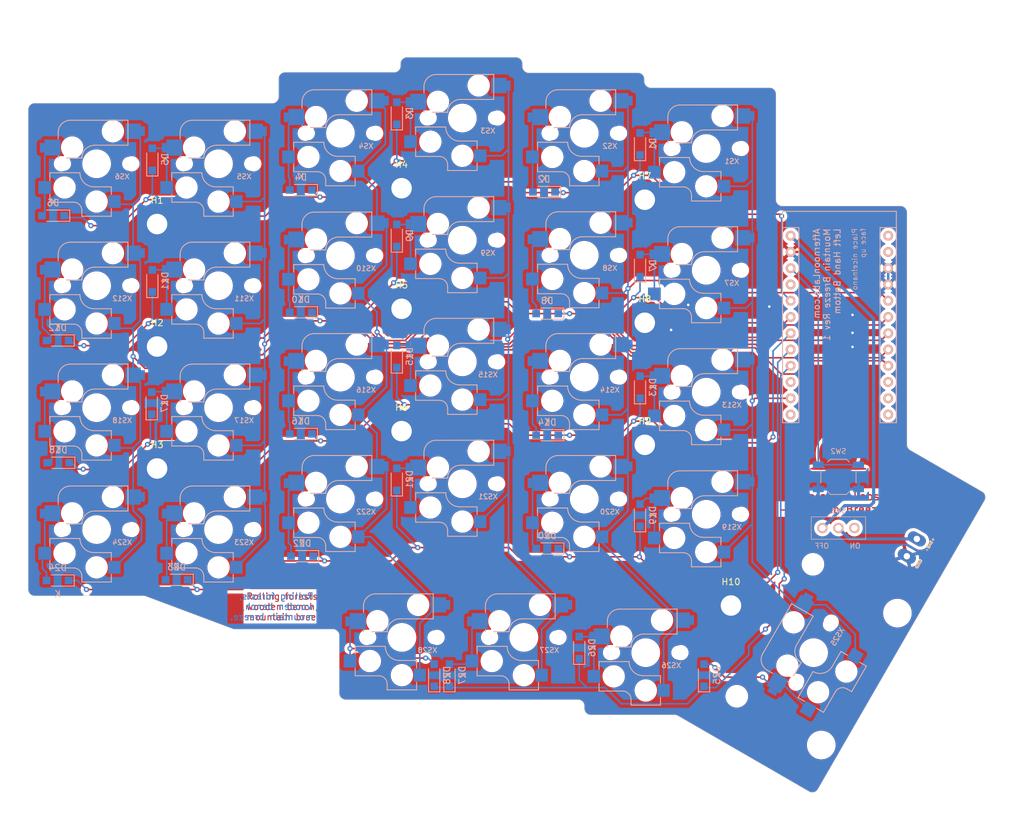
<source format=kicad_pcb>
(kicad_pcb (version 20241229) (generator "pcbnew") (generator_version "9.0")
  (title_block (title "Mountain Breeze Left") (date "2023-05-21") (rev "Rev1") (company "Afternoon Labs LLC"))
  (layers (0 "F.Cu" signal) (2 "B.Cu" signal) (5 "F.SilkS" user "F.Silkscreen") (7 "B.SilkS" user "B.Silkscreen") (1 "F.Mask" user) (3 "B.Mask" user) (25 "Edge.Cuts" user))
  (net 0 "")
  (net 1 "VCC")
  (net 2 "GND")
  (net 3 "RST")
  (net 4 "Net-(D25-A)")
  (net 5 "Net-(D26-A)")
  (net 6 "Net-(D27-A)")
  (net 7 "ROW0")
  (net 8 "Net-(D1-A)")
  (net 9 "ROW1")
  (net 10 "Net-(D2-A)")
  (net 11 "ROW2")
  (net 12 "Net-(D3-A)")
  (net 13 "ROW3")
  (net 14 "Net-(D4-A)")
  (net 15 "ROW4")
  (net 16 "Net-(D5-A)")
  (net 17 "Net-(D6-A)")
  (net 18 "Net-(D7-A)")
  (net 19 "Net-(D8-A)")
  (net 20 "Net-(D9-A)")
  (net 21 "Net-(D10-A)")
  (net 22 "Net-(D11-A)")
  (net 23 "Net-(D12-A)")
  (net 24 "Net-(D13-A)")
  (net 25 "Net-(D14-A)")
  (net 26 "Net-(D15-A)")
  (net 27 "Net-(D16-A)")
  (net 28 "Net-(D17-A)")
  (net 29 "Net-(D18-A)")
  (net 30 "Net-(D19-A)")
  (net 31 "Net-(D20-A)")
  (net 32 "Net-(D21-A)")
  (net 33 "Net-(D22-A)")
  (net 34 "Net-(D23-A)")
  (net 35 "Net-(D24-A)")
  (net 36 "COL0")
  (net 37 "COL1")
  (net 38 "COL2")
  (net 39 "COL3")
  (net 40 "COL4")
  (net 41 "COL5")
  (net 42 "Net-(D28-A)")
  (net 43 "Net-(J1-Pin_2)")
  (net 44 "+BATT")
  (net 49 "SideSelect")
  (footprint "Breeze:ProMicro_1-Sided" (layer "F.Cu") (at 286.158606 135.801)
    (property "Reference" "U1" (hide yes))
    (property "Value" "PRO-MICRO" (hide yes))
  )
  (footprint "Breeze:logo" (layer "F.Cu") (at 285.916606 156.72)
    (property "Reference" "G1" (hide yes))
    (property "Value" "Logo" (hide yes))
  )
  (footprint "MountingHole:MountingHole_3.2mm_M3_ISO14580_Pad_TopOnly" (layer "F.Cu") (at 217.742606 114.406)
    (property "Reference" "H4")
    (property "Value" "MountingHole_M3")
  )
  (footprint "MountingHole:MountingHole_3.2mm_M3_ISO14580_Pad_TopOnly" (layer "F.Cu") (at 179.542606 120.006)
    (property "Reference" "H1")
    (property "Value" "MountingHole_M3")
  )
  (footprint "MountingHole:MountingHole_3.2mm_M3_ISO14580_Pad_TopOnly" (layer "F.Cu") (at 269.208606 179.611)
    (property "Reference" "H10")
    (property "Value" "MountingHole_M3")
  )
  (footprint "MountingHole:MountingHole_3.2mm_M3_ISO14580_Pad_TopOnly" (layer "F.Cu") (at 217.742606 133.251)
    (property "Reference" "H5")
    (property "Value" "MountingHole_M3")
  )
  (footprint "MountingHole:MountingHole_3.2mm_M3_ISO14580_Pad_TopOnly" (layer "F.Cu") (at 255.742606 116.206)
    (property "Reference" "H7")
    (property "Value" "MountingHole_M3")
  )
  (footprint "MountingHole:MountingHole_3.2mm_M3_ISO14580_Pad_TopOnly" (layer "F.Cu") (at 179.542606 158.201)
    (property "Reference" "H3")
    (property "Value" "MountingHole_M3")
  )
  (footprint "MountingHole:MountingHole_3.2mm_M3_ISO14580_Pad_TopOnly" (layer "F.Cu") (at 255.742606 135.431)
    (property "Reference" "H8")
    (property "Value" "MountingHole_M3")
  )
  (footprint "Breeze:BATT_PADS" (layer "F.Cu") (at 297.5 170.5 60)
    (property "Reference" "J1" (hide yes))
    (property "Value" "Conn_01x02" (hide yes))
  )
  (footprint "MountingHole:MountingHole_3.2mm_M3_ISO14580_Pad_TopOnly" (layer "F.Cu") (at 255.742606 154.501)
    (property "Reference" "H9")
    (property "Value" "MountingHole_M3")
  )
  (footprint "MountingHole:MountingHole_3.2mm_M3_ISO14580_Pad_TopOnly" (layer "F.Cu") (at 217.742606 152.361)
    (property "Reference" "H6")
    (property "Value" "MountingHole_M3")
  )
  (footprint "MountingHole:MountingHole_3.2mm_M3_ISO14580_Pad_TopOnly" (layer "F.Cu") (at 179.542606 139.141)
    (property "Reference" "H2")
    (property "Value" "MountingHole_M3")
  )
  (footprint "Breeze:SOD-123FL_L2.7-W1.8-LS3.7-RD" (layer "B.Cu") (at 255 107.5 90)
    (property "Reference" "D1")
    (property "Value" "1N4007W")
  )
  (footprint "Breeze:SOD-123FL_L2.7-W1.8-LS3.7-RD" (layer "B.Cu") (at 255 126.5 90)
    (property "Reference" "D7")
    (property "Value" "1N4007W")
  )
  (footprint "Breeze:SOD-123FL_L2.7-W1.8-LS3.7-RD" (layer "B.Cu") (at 255 145.5 90)
    (property "Reference" "D13")
    (property "Value" "1N4007W")
  )
  (footprint "Breeze:SOD-123FL_L2.7-W1.8-LS3.7-RD" (layer "B.Cu") (at 255 165.5 90)
    (property "Reference" "D19")
    (property "Value" "1N4007W")
  )
  (footprint "Breeze:SOD-123FL_L2.7-W1.8-LS3.7-RD" (layer "B.Cu") (at 265 190.5 90)
    (property "Reference" "D25")
    (property "Value" "1N4007W")
  )
  (footprint "Breeze:SOD-123FL_L2.7-W1.8-LS3.7-RD" (layer "B.Cu") (at 240 115 180)
    (property "Reference" "D2")
    (property "Value" "1N4007W")
  )
  (footprint "Breeze:SOD-123FL_L2.7-W1.8-LS3.7-RD" (layer "B.Cu") (at 240.5 134 180)
    (property "Reference" "D8")
    (property "Value" "1N4007W")
  )
  (footprint "Breeze:SOD-123FL_L2.7-W1.8-LS3.7-RD" (layer "B.Cu") (at 240.5 153 180)
    (property "Reference" "D14")
    (property "Value" "1N4007W")
  )
  (footprint "Breeze:SOD-123FL_L2.7-W1.8-LS3.7-RD" (layer "B.Cu") (at 240.5 170.7 180)
    (property "Reference" "D20")
    (property "Value" "1N4007W")
  )
  (footprint "Breeze:SOD-123FL_L2.7-W1.8-LS3.7-RD" (layer "B.Cu") (at 245.5 186.2 90)
    (property "Reference" "D26")
    (property "Value" "1N4007W")
  )
  (footprint "Breeze:SOD-123FL_L2.7-W1.8-LS3.7-RD" (layer "B.Cu") (at 217 102.7 90)
    (property "Reference" "D3")
    (property "Value" "1N4007W")
  )
  (footprint "Breeze:SOD-123FL_L2.7-W1.8-LS3.7-RD" (layer "B.Cu") (at 217 121.8 90)
    (property "Reference" "D9")
    (property "Value" "1N4007W")
  )
  (footprint "Breeze:SOD-123FL_L2.7-W1.8-LS3.7-RD" (layer "B.Cu") (at 217 140.7 90)
    (property "Reference" "D15")
    (property "Value" "1N4007W")
  )
  (footprint "Breeze:SOD-123FL_L2.7-W1.8-LS3.7-RD" (layer "B.Cu") (at 217 159.9 90)
    (property "Reference" "D21")
    (property "Value" "1N4007W")
  )
  (footprint "Breeze:SOD-123FL_L2.7-W1.8-LS3.7-RD" (layer "B.Cu") (at 225.220904 190.497496 90)
    (property "Reference" "D27")
    (property "Value" "1N4007W")
  )
  (footprint "Breeze:SOD-123FL_L2.7-W1.8-LS3.7-RD" (layer "B.Cu") (at 202 114.7 180)
    (property "Reference" "D4")
    (property "Value" "1N4007W")
  )
  (footprint "Breeze:SOD-123FL_L2.7-W1.8-LS3.7-RD" (layer "B.Cu") (at 202 133.8 180)
    (property "Reference" "D10")
    (property "Value" "1N4007W")
  )
  (footprint "Breeze:SOD-123FL_L2.7-W1.8-LS3.7-RD" (layer "B.Cu") (at 202 152.8 180)
    (property "Reference" "D16")
    (property "Value" "1N4007W")
  )
  (footprint "Breeze:SOD-123FL_L2.7-W1.8-LS3.7-RD" (layer "B.Cu") (at 202.2 171.9 180)
    (property "Reference" "D22")
    (property "Value" "1N4007W")
  )
  (footprint "Breeze:SOD-123FL_L2.7-W1.8-LS3.7-RD" (layer "B.Cu") (at 222.839656 190.497496 90)
    (property "Reference" "D28")
    (property "Value" "1N4007W")
  )
  (footprint "Breeze:SOD-123FL_L2.7-W1.8-LS3.7-RD" (layer "B.Cu") (at 178.8 109.9 90)
    (property "Reference" "D5")
    (property "Value" "1N4007W")
  )
  (footprint "Breeze:SOD-123FL_L2.7-W1.8-LS3.7-RD" (layer "B.Cu") (at 178.8 128.9 90)
    (property "Reference" "D11")
    (property "Value" "1N4007W")
  )
  (footprint "Breeze:SOD-123FL_L2.7-W1.8-LS3.7-RD" (layer "B.Cu") (at 178.7 148 90)
    (property "Reference" "D17")
    (property "Value" "1N4007W")
  )
  (footprint "Breeze:SOD-123FL_L2.7-W1.8-LS3.7-RD" (layer "B.Cu") (at 182.6 175.6 180)
    (property "Reference" "D23")
    (property "Value" "1N4007W")
  )
  (footprint "Breeze:SOD-123FL_L2.7-W1.8-LS3.7-RD" (layer "B.Cu") (at 163.3 118.7 180)
    (property "Reference" "D6")
    (property "Value" "1N4007W")
  )
  (footprint "Breeze:SOD-123FL_L2.7-W1.8-LS3.7-RD" (layer "B.Cu") (at 164 138.2 180)
    (property "Reference" "D12")
    (property "Value" "1N4007W")
  )
  (footprint "Breeze:SOD-123FL_L2.7-W1.8-LS3.7-RD" (layer "B.Cu") (at 164.1 157.3 180)
    (property "Reference" "D18")
    (property "Value" "1N4007W")
  )
  (footprint "Breeze:SOD-123FL_L2.7-W1.8-LS3.7-RD" (layer "B.Cu") (at 164 175.7 180)
    (property "Reference" "D24")
    (property "Value" "1N4007W")
  )
  (footprint "Breeze:MX_Choc_Hotswap_1-Sided" (layer "B.Cu") (at 265.342606 108.206 180)
    (property "Reference" "XS1")
    (property "Value" "CHOCXHSPCB-1U" (hide yes))
  )
  (footprint "Breeze:MX_Choc_Hotswap_1-Sided" (layer "B.Cu") (at 246.292606 105.825 180)
    (property "Reference" "XS2")
    (property "Value" "CHOCXHSPCB-1U" (hide yes))
  )
  (footprint "Breeze:MX_Choc_Hotswap_1-Sided" (layer "B.Cu") (at 227.242606 103.44 180)
    (property "Reference" "XS3")
    (property "Value" "CHOCXHSPCB-1U" (hide yes))
  )
  (footprint "Breeze:MX_Choc_Hotswap_1-Sided" (layer "B.Cu") (at 208.192606 105.825 180)
    (property "Reference" "XS4")
    (property "Value" "CHOCXHSPCB-1U" (hide yes))
  )
  (footprint "Breeze:MX_Choc_Hotswap_1-Sided" (layer "B.Cu") (at 189.142606 110.59 180)
    (property "Reference" "XS5")
    (property "Value" "CHOCXHSPCB-1U" (hide yes))
  )
  (footprint "Breeze:MX_Choc_Hotswap_1-Sided" (layer "B.Cu") (at 170.092606 110.59 180)
    (property "Reference" "XS6")
    (property "Value" "CHOCXHSPCB-1U" (hide yes))
  )
  (footprint "Breeze:MX_Choc_Hotswap_1-Sided" (layer "B.Cu") (at 265.342606 127.227 180)
    (property "Reference" "XS7")
    (property "Value" "CHOCXHSPCB-1U" (hide yes))
  )
  (footprint "Breeze:MX_Choc_Hotswap_1-Sided" (layer "B.Cu") (at 246.292606 124.8902 180)
    (property "Reference" "XS8")
    (property "Value" "CHOCXHSPCB-1U" (hide yes))
  )
  (footprint "Breeze:MX_Choc_Hotswap_1-Sided" (layer "B.Cu") (at 227.242606 122.528 180)
    (property "Reference" "XS9")
    (property "Value" "CHOCXHSPCB-1U" (hide yes))
  )
  (footprint "Breeze:MX_Choc_Hotswap_1-Sided" (layer "B.Cu") (at 208.192606 124.941 180)
    (property "Reference" "XS10")
    (property "Value" "CHOCXHSPCB-1U" (hide yes))
  )
  (footprint "Breeze:MX_Choc_Hotswap_1-Sided" (layer "B.Cu") (at 189.142606 129.64 180)
    (property "Reference" "XS11")
    (property "Value" "CHOCXHSPCB-1U" (hide yes))
  )
  (footprint "Breeze:MX_Choc_Hotswap_1-Sided" (layer "B.Cu") (at 170.092606 129.64 180)
    (property "Reference" "XS12")
    (property "Value" "CHOCXHSPCB-1U" (hide yes))
  )
  (footprint "Breeze:MX_Choc_Hotswap_1-Sided" (layer "B.Cu") (at 265.342606 146.277 180)
    (property "Reference" "XS13")
    (property "Value" "CHOCXHSPCB-1U" (hide yes))
  )
  (footprint "Breeze:MX_Choc_Hotswap_1-Sided" (layer "B.Cu") (at 246.292606 143.925 180)
    (property "Reference" "XS14")
    (property "Value" "CHOCXHSPCB-1U" (hide yes))
  )
  (footprint "Breeze:MX_Choc_Hotswap_1-Sided" (layer "B.Cu") (at 227.242606 141.54 180)
    (property "Reference" "XS15")
    (property "Value" "CHOCXHSPCB-1U" (hide yes))
  )
  (footprint "Breeze:MX_Choc_Hotswap_1-Sided" (layer "B.Cu") (at 208.192606 143.925 180)
    (property "Reference" "XS16")
    (property "Value" "CHOCXHSPCB-1U" (hide yes))
  )
  (footprint "Breeze:MX_Choc_Hotswap_1-Sided" (layer "B.Cu") (at 189.142606 148.69 180)
    (property "Reference" "XS17")
    (property "Value" "CHOCXHSPCB-1U" (hide yes))
  )
  (footprint "Breeze:MX_Choc_Hotswap_1-Sided" (layer "B.Cu") (at 170.092606 148.69 180)
    (property "Reference" "XS18")
    (property "Value" "CHOCXHSPCB-1U" (hide yes))
  )
  (footprint "Breeze:MX_Choc_Hotswap_1-Sided" (layer "B.Cu") (at 265.342606 165.356 180)
    (property "Reference" "XS19")
    (property "Value" "CHOCXHSPCB-1U" (hide yes))
  )
  (footprint "Breeze:MX_Choc_Hotswap_1-Sided" (layer "B.Cu") (at 246.292606 162.975 180)
    (property "Reference" "XS20")
    (property "Value" "CHOCXHSPCB-1U" (hide yes))
  )
  (footprint "Breeze:MX_Choc_Hotswap_1-Sided" (layer "B.Cu") (at 227.242606 160.59 180)
    (property "Reference" "XS21")
    (property "Value" "CHOCXHSPCB-1U" (hide yes))
  )
  (footprint "Breeze:MX_Choc_Hotswap_1-Sided" (layer "B.Cu") (at 208.192606 162.975 180)
    (property "Reference" "XS22")
    (property "Value" "CHOCXHSPCB-1U" (hide yes))
  )
  (footprint "Breeze:MX_Choc_Hotswap_1-Sided" (layer "B.Cu") (at 189.142606 167.74 180)
    (property "Reference" "XS23")
    (property "Value" "CHOCXHSPCB-1U" (hide yes))
  )
  (footprint "Breeze:MX_Choc_Hotswap_1-Sided" (layer "B.Cu") (at 170.092606 167.74 180)
    (property "Reference" "XS24")
    (property "Value" "CHOCXHSPCB-1U" (hide yes))
  )
  (footprint "Breeze:MX_Choc_Hotswap_1-Sided" (layer "B.Cu") (at 282.119606 186.974 -120)
    (property "Reference" "XS25")
    (property "Value" "CHOCXHSPCB-1U" (hide yes))
  )
  (footprint "Breeze:MX_Choc_Hotswap_1-Sided" (layer "B.Cu") (at 255.892606 186.974 180)
    (property "Reference" "XS26")
    (property "Value" "CHOCXHSPCB-1U" (hide yes))
  )
  (footprint "Breeze:MX_Choc_Hotswap_1-Sided" (layer "B.Cu") (at 236.842606 184.59 180)
    (property "Reference" "XS27")
    (property "Value" "CHOCXHSPCB-1U" (hide yes))
  )
  (footprint "Breeze:MX_Choc_Hotswap_1-Sided" (layer "B.Cu") (at 217.792606 184.59 180)
    (property "Reference" "XS28")
    (property "Value" "CHOCXHSPCB-1U" (hide yes))
  )
  (footprint "Breeze:Stabilizer_MX_2u" (layer "B.Cu") (at 282.119606 186.974 -120)
    (property "Reference" "H11" (hide yes))
    (property "Value" "MX-STABILIZER-2U" (hide yes))
  )
  (footprint "Button_Switch_SMD:SW_SPST_TL3342" (layer "B.Cu") (at 286 159.5)
    (property "Reference" "SW2")
    (property "Value" "SW-RST")
  )
  (footprint "Breeze:SS12D00" (layer "B.Cu") (at 286 167.5)
    (property "Reference" "SW1")
    (property "Value" "SW_SPDT" (hide yes))
  )
  (gr_line (start 209.010606 194.317) (end 245.310606 194.317) (stroke (width 0.05)) (layer "Edge.Cuts"))
  (gr_arc (start 159.412606 102.126) (mid 159.705499 101.418893) (end 160.412606 101.126) (stroke (width 0.05)) (layer "Edge.Cuts"))
  (gr_line (start 197.532606 101.126) (end 160.412606 101.126) (stroke (width 0.05)) (layer "Edge.Cuts"))
  (gr_arc (start 191.720606 183.317) (mid 191.542611 183.301031) (end 191.370301 183.253636) (stroke (width 0.05)) (layer "Edge.Cuts"))
  (gr_arc (start 282.786606 208.308) (mid 282.179407 208.773908) (end 281.420606 208.674) (stroke (width 0.05)) (layer "Edge.Cuts"))
  (gr_arc (start 308.470606 161.822) (mid 308.936514 162.429199) (end 308.836606 163.188) (stroke (width 0.05)) (layer "Edge.Cuts"))
  (gr_line (start 295.712606 117.186) (end 277.242606 117.186) (stroke (width 0.05)) (layer "Edge.Cuts"))
  (gr_line (start 216.582606 96.296) (end 199.532606 96.296) (stroke (width 0.05)) (layer "Edge.Cuts"))
  (gr_line (start 191.720606 183.317) (end 207.010606 183.317) (stroke (width 0.05)) (layer "Edge.Cuts"))
  (gr_arc (start 160.412606 178.101) (mid 159.705499 177.808107) (end 159.412606 177.101) (stroke (width 0.05)) (layer "Edge.Cuts"))
  (gr_arc (start 277.242606 117.186) (mid 276.535499 116.893107) (end 276.242606 116.186) (stroke (width 0.05)) (layer "Edge.Cuts"))
  (gr_line (start 282.786606 208.308) (end 308.836606 163.188) (stroke (width 0.05)) (layer "Edge.Cuts"))
  (gr_line (start 260.908606 196.831) (end 281.420606 208.674) (stroke (width 0.05)) (layer "Edge.Cuts"))
  (gr_line (start 208.010606 184.317) (end 208.010606 193.317) (stroke (width 0.05)) (layer "Edge.Cuts"))
  (gr_line (start 217.582606 94.956) (end 217.582606 95.296) (stroke (width 0.05)) (layer "Edge.Cuts"))
  (gr_line (start 236.632606 95.376) (end 236.632606 94.956) (stroke (width 0.05)) (layer "Edge.Cuts"))
  (gr_arc (start 247.310606 196.697) (mid 246.603499 196.404107) (end 246.310606 195.697) (stroke (width 0.05)) (layer "Edge.Cuts"))
  (gr_line (start 307.602606 161.32) (end 308.470606 161.822) (stroke (width 0.05)) (layer "Edge.Cuts"))
  (gr_arc (start 256.682606 98.706) (mid 255.975499 98.413107) (end 255.682606 97.706) (stroke (width 0.05)) (layer "Edge.Cuts"))
  (gr_line (start 177.412606 178.101) (end 160.412606 178.101) (stroke (width 0.05)) (layer "Edge.Cuts"))
  (gr_arc (start 237.632606 96.376) (mid 236.925499 96.083107) (end 236.632606 95.376) (stroke (width 0.05)) (layer "Edge.Cuts"))
  (gr_line (start 254.682606 96.376) (end 237.632606 96.376) (stroke (width 0.05)) (layer "Edge.Cuts"))
  (gr_arc (start 235.632606 93.956) (mid 236.339713 94.248893) (end 236.632606 94.956) (stroke (width 0.05)) (layer "Edge.Cuts"))
  (gr_arc (start 254.682606 96.376) (mid 255.389713 96.668893) (end 255.682606 97.376) (stroke (width 0.05)) (layer "Edge.Cuts"))
  (gr_arc (start 198.532606 100.126) (mid 198.239713 100.833107) (end 197.532606 101.126) (stroke (width 0.05)) (layer "Edge.Cuts"))
  (gr_line (start 247.310606 196.697) (end 260.408606 196.697) (stroke (width 0.05)) (layer "Edge.Cuts"))
  (gr_line (start 235.632606 93.956) (end 218.582606 93.956) (stroke (width 0.05)) (layer "Edge.Cuts"))
  (gr_line (start 198.532606 97.296) (end 198.532606 100.126) (stroke (width 0.05)) (layer "Edge.Cuts"))
  (gr_arc (start 217.582606 95.296) (mid 217.289713 96.003107) (end 216.582606 96.296) (stroke (width 0.05)) (layer "Edge.Cuts"))
  (gr_arc (start 177.412606 178.101) (mid 177.590601 178.116969) (end 177.762911 178.164364) (stroke (width 0.05)) (layer "Edge.Cuts"))
  (gr_arc (start 245.310606 194.317) (mid 246.017713 194.609893) (end 246.310606 195.317) (stroke (width 0.05)) (layer "Edge.Cuts"))
  (gr_arc (start 209.010606 194.317) (mid 208.303499 194.024107) (end 208.010606 193.317) (stroke (width 0.05)) (layer "Edge.Cuts"))
  (gr_line (start 276.242606 116.186) (end 276.242606 99.706) (stroke (width 0.05)) (layer "Edge.Cuts"))
  (gr_line (start 255.682606 97.706) (end 255.682606 97.376) (stroke (width 0.05)) (layer "Edge.Cuts"))
  (gr_line (start 297.212606 155.322) (end 307.602606 161.32) (stroke (width 0.05)) (layer "Edge.Cuts"))
  (gr_arc (start 295.712606 117.186) (mid 296.419713 117.478893) (end 296.712606 118.186) (stroke (width 0.05)) (layer "Edge.Cuts"))
  (gr_line (start 159.412606 177.101) (end 159.412606 102.126) (stroke (width 0.05)) (layer "Edge.Cuts"))
  (gr_arc (start 260.408606 196.697) (mid 260.667425 196.731074) (end 260.908606 196.830975) (stroke (width 0.05)) (layer "Edge.Cuts"))
  (gr_arc (start 207.010606 183.317) (mid 207.717713 183.609893) (end 208.010606 184.317) (stroke (width 0.05)) (layer "Edge.Cuts"))
  (gr_arc (start 217.582606 94.956) (mid 217.875499 94.248893) (end 218.582606 93.956) (stroke (width 0.05)) (layer "Edge.Cuts"))
  (gr_line (start 246.310606 195.697) (end 246.310606 195.317) (stroke (width 0.05)) (layer "Edge.Cuts"))
  (gr_line (start 296.712606 118.186) (end 296.712606 154.456) (stroke (width 0.05)) (layer "Edge.Cuts"))
  (gr_line (start 191.369606 183.254) (end 177.762606 178.164) (stroke (width 0.05)) (layer "Edge.Cuts"))
  (gr_arc (start 297.212606 155.322) (mid 296.846593 154.955978) (end 296.712628 154.455987) (stroke (width 0.05)) (layer "Edge.Cuts"))
  (gr_arc (start 275.242606 98.706) (mid 275.949713 98.998893) (end 276.242606 99.706) (stroke (width 0.05)) (layer "Edge.Cuts"))
  (gr_line (start 256.682606 98.706) (end 275.242606 98.706) (stroke (width 0.05)) (layer "Edge.Cuts"))
  (gr_arc (start 198.532606 97.296) (mid 198.825499 96.588893) (end 199.532606 96.296) (stroke (width 0.05)) (layer "Edge.Cuts"))
  (gr_text "Rolling forests,\nwooden bench,\nmountain breeze." (at 193.4 179.8 0) (layer "F.Cu") (effects (font (size 1 1)) (justify left)))
  (gr_text "Afternoon Labs" (at 285.662606 162.562 0) (layer "F.Cu") (effects (font (size 1.2 1.2) (thickness 0.2))))
  (gr_text "-Mountain Breeze-" (at 285.662606 164.594 0) (layer "F.Cu") (effects (font (size 1.2 1.2) (thickness 0.2))))
  (gr_text "Rolling forests,\nwooden bench,\nmountain breeze.\n" (at 204.092606 179.767 0) (layer "B.Cu") (effects (font (size 1 1)) (justify left mirror)))
  (gr_text "AfternoonLabs.com\nMountain Breeze Rev 1\nLeft Hand Bottom" (at 284.2 120.6 90) (layer "B.SilkS") (effects (font (size 1 1)) (justify left mirror)))
  (gr_text "Place nice!nano\nface up" (at 289.2 120.6 90) (layer "B.SilkS") (effects (font (size 0.8 0.8) (thickness 0.1)) (justify left mirror)))
  (gr_text "OFF" (at 283.4 170.3 0) (layer "B.SilkS") (effects (font (size 0.8 0.8) (thickness 0.12)) (justify mirror)))
  (gr_text "ON" (at 288.6 170.3 0) (layer "B.SilkS") (effects (font (size 0.8 0.8) (thickness 0.12)) (justify mirror)))
  (segment (start 285.95089 158.927895) (end 285.95089 159.669912) (width 0.25) (layer "F.Cu") (net 0))
  (segment (start 285.95089 159.669912) (end 285.956784 159.675806) (width 0.25) (layer "F.Cu") (net 0))
  (segment (start 291.238606 124.371) (end 293.778606 126.911) (width 0.381) (layer "F.Cu") (net 2))
  (segment (start 278.538606 124.371) (end 291.238606 124.371) (width 0.381) (layer "F.Cu") (net 2))
  (segment (start 256.480812 137.67) (end 256.394812 137.756) (width 0.25) (layer "F.Cu") (net 2))
  (via (at 288.2 137) (size 0.8) (drill 0.4) (layers "F.Cu" "B.Cu") (net 2))
  (via (at 288.2 139.2) (size 0.8) (drill 0.4) (layers "F.Cu" "B.Cu") (net 2))
  (via (at 262.53 132.64) (size 0.8) (drill 0.4) (layers "F.Cu" "B.Cu") (net 2))
  (via (at 275.2 132.9) (size 0.8) (drill 0.4) (layers "F.Cu" "B.Cu") (net 2))
  (via (at 288.2 134.2) (size 0.8) (drill 0.4) (layers "F.Cu" "B.Cu") (net 2))
  (via (at 259.86 136.55) (size 0.8) (drill 0.4) (layers "F.Cu" "B.Cu") (net 2))
  (segment (start 293.778606 129.451) (end 293.778606 126.911) (width 0.381) (layer "B.Cu") (net 2))
  (segment (start 282.85 157.6) (end 282.85 131.222394) (width 0.25) (layer "B.Cu") (net 3))
  (segment (start 282.85 157.6) (end 289.15 157.6) (width 0.25) (layer "B.Cu") (net 3))
  (segment (start 282.85 131.222394) (end 278.538606 126.911) (width 0.25) (layer "B.Cu") (net 3))
  (segment (start 266.699776 189.309216) (end 268.188056 190.797496) (width 0.25) (layer "F.Cu") (net 4))
  (segment (start 268.188056 190.797496) (end 274.141176 190.797496) (width 0.25) (layer "F.Cu") (net 4))
  (via (at 266.699776 189.309216) (size 0.8) (drill 0.4) (layers "F.Cu" "B.Cu") (net 4))
  (via (at 274.141176 190.797496) (size 0.8) (drill 0.4) (layers "F.Cu" "B.Cu") (net 4))
  (segment (start 275.023255 191.679575) (end 276.469901 191.679575) (width 0.25) (layer "B.Cu") (net 4))
  (segment (start 265.303036 188.77) (end 266.16056 188.77) (width 0.25) (layer "B.Cu") (net 4))
  (segment (start 281.2739 195.838806) (end 277.114669 191.679575) (width 0.25) (layer "B.Cu") (net 4))
  (segment (start 274.141176 190.797496) (end 275.023255 191.679575) (width 0.25) (layer "B.Cu") (net 4))
  (segment (start 277.114669 191.679575) (end 276.469901 191.679575) (width 0.25) (layer "B.Cu") (net 4))
  (segment (start 266.16056 188.77) (end 266.699776 189.309216) (width 0.25) (layer "B.Cu") (net 4))
  (segment (start 247.792606 190.674) (end 247.792606 185.634) (width 0.25) (layer "B.Cu") (net 5))
  (segment (start 247.792606 185.634) (end 248.992606 184.434) (width 0.25) (layer "B.Cu") (net 5))
  (segment (start 248.956606 184.47) (end 248.992606 184.434) (width 0.25) (layer "B.Cu") (net 5))
  (segment (start 245.5 184.47) (end 248.956606 184.47) (width 0.25) (layer "B.Cu") (net 5))
  (segment (start 225.220904 188.767496) (end 228.26511 188.767496) (width 0.25) (layer "B.Cu") (net 6))
  (segment (start 227.87341 189.159196) (end 228.742606 188.29) (width 0.25) (layer "B.Cu") (net 6))
  (segment (start 228.26511 188.767496) (end 228.742606 188.29) (width 0.25) (layer "B.Cu") (net 6))
  (segment (start 228.742606 183.25) (end 229.942606 182.05) (width 0.25) (layer "B.Cu") (net 6))
  (segment (start 228.742606 188.29) (end 228.742606 183.25) (width 0.25) (layer "B.Cu") (net 6))
  (segment (start 253.602912 112.811624) (end 251.314536 115.1) (width 0.25) (layer "F.Cu") (net 7))
  (segment (start 196.45296 118.764744) (end 186.064744 118.764744) (width 0.25) (layer "F.Cu") (net 7))
  (segment (start 216.9 110.13272) (end 216.86728 110.13272) (width 0.25) (layer "F.Cu") (net 7))
  (segment (start 216.86728 110.13272) (end 211.211816 115.788184) (width 0.25) (layer "F.Cu") (net 7))
  (segment (start 256.76316 112.4) (end 262.830248 118.467088) (width 0.25) (layer "F.Cu") (net 7))
  (segment (start 223.837312 110.13272) (end 216.9 110.13272) (width 0.25) (layer "F.Cu") (net 7))
  (segment (start 254 112.4) (end 253.602912 112.797088) (width 0.25) (layer "F.Cu") (net 7))
  (segment (start 236.841304 115.1) (end 235.14824 113.406936) (width 0.25) (layer "F.Cu") (net 7))
  (segment (start 205 115.788184) (end 199.42952 115.788184) (width 0.25) (layer "F.Cu") (net 7))
  (segment (start 251.314536 115.1) (end 243 115.1) (width 0.25) (layer "F.Cu") (net 7))
  (segment (start 276.82008 118.467088) (end 277.117736 118.764744) (width 0.25) (layer "F.Cu") (net 7))
  (segment (start 243 115.1) (end 236.841304 115.1) (width 0.25) (layer "F.Cu") (net 7))
  (segment (start 173.746976 120.253024) (end 169.2 120.253024) (width 0.25) (layer "F.Cu") (net 7))
  (segment (start 253.602912 112.797088) (end 253.602912 112.811624) (width 0.25) (layer "F.Cu") (net 7))
  (segment (start 186.064744 118.764744) (end 183.5 116.2) (width 0.25) (layer "F.Cu") (net 7))
  (segment (start 183.5 116.2) (end 177.8 116.2) (width 0.25) (layer "F.Cu") (net 7))
  (segment (start 235.14824 113.406936) (end 227.111528 113.406936) (width 0.25) (layer "F.Cu") (net 7))
  (segment (start 177.8 116.2) (end 173.746976 120.253024) (width 0.25) (layer "F.Cu") (net 7))
  (segment (start 254 112.4) (end 256.76316 112.4) (width 0.25) (layer "F.Cu") (net 7))
  (segment (start 211.211816 115.788184) (end 205 115.788184) (width 0.25) (layer "F.Cu") (net 7))
  (segment (start 262.830248 118.467088) (end 276.82008 118.467088) (width 0.25) (layer "F.Cu") (net 7))
  (segment (start 227.111528 113.406936) (end 223.837312 110.13272) (width 0.25) (layer "F.Cu") (net 7))
  (segment (start 199.42952 115.788184) (end 196.45296 118.764744) (width 0.25) (layer "F.Cu") (net 7))
  (via (at 177.8 116.2) (size 0.8) (drill 0.4) (layers "F.Cu" "B.Cu") (net 7))
  (via (at 205 115.788184) (size 0.8) (drill 0.4) (layers "F.Cu" "B.Cu") (net 7))
  (via (at 243 115.1) (size 0.8) (drill 0.4) (layers "F.Cu" "B.Cu") (net 7))
  (via (at 254 112.4) (size 0.8) (drill 0.4) (layers "F.Cu" "B.Cu") (net 7))
  (via (at 169.2 120.253024) (size 0.8) (drill 0.4) (layers "F.Cu" "B.Cu") (net 7))
  (via (at 216.9 110.13272) (size 0.8) (drill 0.4) (layers "F.Cu" "B.Cu") (net 7))
  (via (at 277.117736 118.764744) (size 0.8) (drill 0.4) (layers "F.Cu" "B.Cu") (net 7))
  (segment (start 204.818184 115.788184) (end 203.73 114.7) (width 0.25) (layer "B.Cu") (net 7))
  (segment (start 216.9 110.13272) (end 217 110.03272) (width 0.25) (layer "B.Cu") (net 7))
  (segment (start 205 115.788184) (end 204.818184 115.788184) (width 0.25) (layer "B.Cu") (net 7))
  (segment (start 169.2 120.253024) (end 167.946976 119) (width 0.25) (layer "B.Cu") (net 7))
  (segment (start 177.8 116.2) (end 178.8 115.2) (width 0.25) (layer "B.Cu") (net 7))
  (segment (start 241.73 115) (end 242.9 115) (width 0.25) (layer "B.Cu") (net 7))
  (segment (start 242.9 115) (end 243 115.1) (width 0.25) (layer "B.Cu") (net 7))
  (segment (start 277.117736 118.764744) (end 277.117736 130.57013) (width 0.25) (layer "B.Cu") (net 7))
  (segment (start 217.291264 110.13272) (end 216.9 110.13272) (width 0.25) (layer "B.Cu") (net 7))
  (segment (start 255 109.23) (end 255 111.4) (width 0.25) (layer "B.Cu") (net 7))
  (segment (start 217 110.03272) (end 217 104.43) (width 0.25) (layer "B.Cu") (net 7))
  (segment (start 167.946976 119) (end 165.73 119) (width 0.25) (layer "B.Cu") (net 7))
  (segment (start 217.4389 109.985084) (end 217.291264 110.13272) (width 0.25) (layer "B.Cu") (net 7))
  (segment (start 178.8 115.2) (end 178.8 111.63) (width 0.25) (layer "B.Cu") (net 7))
  (segment (start 255 111.4) (end 254 112.4) (width 0.25) (layer "B.Cu") (net 7))
  (segment (start 277.117736 130.57013) (end 278.538606 131.991) (width 0.25) (layer "B.Cu") (net 7))
  (segment (start 256.842606 105.706) (end 255.064 105.706) (width 0.25) (layer "B.Cu") (net 8))
  (segment (start 257.242606 111.906) (end 257.242606 106.866) (width 0.25) (layer "B.Cu") (net 8))
  (segment (start 257.242606 106.866) (end 258.442606 105.666) (width 0.25) (layer "B.Cu") (net 8))
  (segment (start 255.064 105.706) (end 255 105.77) (width 0.25) (layer "B.Cu") (net 8))
  (segment (start 261.341968 135.43348) (end 277.636126 135.43348) (width 0.25) (layer "F.Cu") (net 9))
  (segment (start 234.255272 132.159264) (end 227.111528 132.159264) (width 0.25) (layer "F.Cu") (net 9))
  (segment (start 257.408488 131.5) (end 261.341968 135.43348) (width 0.25) (layer "F.Cu") (net 9))
  (segment (start 251.46452 134) (end 253.96452 131.5) (width 0.25) (layer "F.Cu") (net 9))
  (segment (start 216.5 129.2) (end 210.564176 135.135824) (width 0.25) (layer "F.Cu") (net 9))
  (segment (start 216.5 129.182704) (end 216.5 129.2) (width 0.25) (layer "F.Cu") (net 9))
  (segment (start 277.636126 135.43348) (end 278.538606 134.531) (width 0.25) (layer "F.Cu") (net 9))
  (segment (start 253.96452 131.5) (end 257.408488 131.5) (width 0.25) (layer "F.Cu") (net 9))
  (segment (start 244 134) (end 251.46452 134) (width 0.25) (layer "F.Cu") (net 9))
  (segment (start 244 134) (end 236.096008 134) (width 0.25) (layer "F.Cu") (net 9))
  (segment (start 196.155304 137.814728) (end 184.844376 137.814728) (width 0.25) (layer "F.Cu") (net 9))
  (segment (start 236.096008 134) (end 234.255272 132.159264) (width 0.25) (layer "F.Cu") (net 9))
  (segment (start 178.2 135.6) (end 178.164712 135.564712) (width 0.25) (layer "F.Cu") (net 9))
  (segment (start 210.564176 135.135824) (end 205 135.135824) (width 0.25) (layer "F.Cu") (net 9))
  (segment (start 184.844376 137.814728) (end 182.629648 135.6) (width 0.25) (layer "F.Cu") (net 9))
  (segment (start 198.834208 135.135824) (end 196.155304 137.814728) (width 0.25) (layer "F.Cu") (net 9))
  (segment (start 205 135.135824) (end 198.834208 135.135824) (width 0.25) (layer "F.Cu") (net 9))
  (segment (start 168.1 139) (end 174.729424 139) (width 0.25) (layer "F.Cu") (net 9))
  (segment (start 174.729424 139) (end 178.164712 135.564712) (width 0.25) (layer "F.Cu") (net 9))
  (segment (start 224.134968 129.182704) (end 216.5 129.182704) (width 0.25) (layer "F.Cu") (net 9))
  (segment (start 227.111528 132.159264) (end 224.134968 129.182704) (width 0.25) (layer "F.Cu") (net 9))
  (segment (start 182.629648 135.6) (end 178.2 135.6) (width 0.25) (layer "F.Cu") (net 9))
  (via (at 168.1 139) (size 0.8) (drill 0.4) (layers "F.Cu" "B.Cu") (net 9))
  (via (at 254 131.5) (size 0.8) (drill 0.4) (layers "F.Cu" "B.Cu") (net 9))
  (via (at 205 135.135824) (size 0.8) (drill 0.4) (layers "F.Cu" "B.Cu") (net 9))
  (via (at 178.164712 135.564712) (size 0.8) (drill 0.4) (layers "F.Cu" "B.Cu") (net 9))
  (via (at 244 134) (size 0.8) (drill 0.4) (layers "F.Cu" "B.Cu") (net 9))
  (via (at 216.5 129.182704) (size 0.8) (drill 0.4) (layers "F.Cu" "B.Cu") (net 9))
  (segment (start 216.5 129.182704) (end 216.517296 129.182704) (width 0.25) (layer "B.Cu") (net 9))
  (segment (start 178.8 134.929424) (end 178.164712 135.564712) (width 0.25) (layer "B.Cu") (net 9))
  (segment (start 205 135.07) (end 203.73 133.8) (width 0.25) (layer "B.Cu") (net 9))
  (segment (start 217 128.7) (end 217 123.53) (width 0.25) (layer "B.Cu") (net 9))
  (segment (start 217.58892 129.182704) (end 216.5 129.182704) (width 0.25) (layer "B.Cu") (net 9))
  (segment (start 205 135.135824) (end 205 135.07) (width 0.25) (layer "B.Cu") (net 9))
  (segment (start 242.23 134) (end 244 134) (width 0.25) (layer "B.Cu") (net 9))
  (segment (start 216.517296 129.182704) (end 217 128.7) (width 0.25) (layer "B.Cu") (net 9))
  (segment (start 255 128.23) (end 255 130.5) (width 0.25) (layer "B.Cu") (net 9))
  (segment (start 217.736556 129.035068) (end 217.58892 129.182704) (width 0.25) (layer "B.Cu") (net 9))
  (segment (start 168.1 139) (end 166.93 139) (width 0.25) (layer "B.Cu") (net 9))
  (segment (start 166.93 139) (end 166.43 138.5) (width 0.25) (layer "B.Cu") (net 9))
  (segment (start 178.8 130.63) (end 178.8 134.929424) (width 0.25) (layer "B.Cu") (net 9))
  (segment (start 255 130.5) (end 254 131.5) (width 0.25) (layer "B.Cu") (net 9))
  (segment (start 238.192606 109.525) (end 238.192606 104.485) (width 0.25) (layer "B.Cu") (net 10))
  (segment (start 238.2 109.532394) (end 238.192606 109.525) (width 0.25) (layer "B.Cu") (net 10))
  (segment (start 238.192606 109.525) (end 238.192606 114.922606) (width 0.25) (layer "B.Cu") (net 10))
  (segment (start 238.192606 114.922606) (end 238.27 115) (width 0.25) (layer "B.Cu") (net 10))
  (segment (start 238.192606 104.485) (end 239.392606 103.285) (width 0.25) (layer "B.Cu") (net 10))
  (segment (start 225.920904 151.209248) (end 222.944344 148.232688) (width 0.25) (layer "F.Cu") (net 11))
  (segment (start 182.974976 154.4) (end 178.081752 154.4) (width 0.25) (layer "F.Cu") (net 11))
  (segment (start 168.052992 158.352992) (end 168 158.3) (width 0.25) (layer "F.Cu") (net 11))
  (segment (start 205.1 153.888152) (end 209.549824 153.888152) (width 0.25) (layer "F.Cu") (net 11))
  (segment (start 260.449 154.185808) (end 274.865458 154.185808) (width 0.25) (layer "F.Cu") (net 11))
  (segment (start 222.944344 148.232688) (end 218.181848 148.232688) (width 0.25) (layer "F.Cu") (net 11))
  (segment (start 185.737344 157.162368) (end 182.974976 154.4) (width 0.25) (layer "F.Cu") (net 11))
  (segment (start 251.80608 153.00608) (end 251.8 153) (width 0.25) (layer "F.Cu") (net 11))
  (segment (start 254 150.8) (end 254 150.81216) (width 0.25) (layer "F.Cu") (net 11))
  (segment (start 234.552928 151.209248) (end 225.920904 151.209248) (width 0.25) (layer "F.Cu") (net 11))
  (segment (start 244 153) (end 236.34368 153) (width 0.25) (layer "F.Cu") (net 11))
  (segment (start 209.549824 153.888152) (end 215.205288 148.232688) (width 0.25) (layer "F.Cu") (net 11))
  (segment (start 198.536552 153.888152) (end 195.262336 157.162368) (width 0.25) (layer "F.Cu") (net 11))
  (segment (start 236.34368 153) (end 234.552928 151.209248) (width 0.25) (layer "F.Cu") (net 11))
  (segment (start 178.081752 154.4) (end 178.040876 154.440876) (width 0.25) (layer "F.Cu") (net 11))
  (segment (start 215.205288 148.232688) (end 218.181848 148.232688) (width 0.25) (layer "F.Cu") (net 11))
  (segment (start 251.8 153) (end 244 153) (width 0.25) (layer "F.Cu") (net 11))
  (segment (start 254 150.81216) (end 251.80608 153.00608) (width 0.25) (layer "F.Cu") (net 11))
  (segment (start 174.12876 158.352992) (end 168.052992 158.352992) (width 0.25) (layer "F.Cu") (net 11))
  (segment (start 274.865458 154.185808) (end 275.785 153.266266) (width 0.25) (layer "F.Cu") (net 11))
  (segment (start 195.262336 157.162368) (end 185.737344 157.162368) (width 0.25) (layer "F.Cu") (net 11))
  (segment (start 257.063192 150.8) (end 260.449 154.185808) (width 0.25) (layer "F.Cu") (net 11))
  (segment (start 205.1 153.888152) (end 198.536552 153.888152) (width 0.25) (layer "F.Cu") (net 11))
  (segment (start 254 150.8) (end 257.063192 150.8) (width 0.25) (layer "F.Cu") (net 11))
  (segment (start 178.040876 154.440876) (end 174.12876 158.352992) (width 0.25) (layer "F.Cu") (net 11))
  (via (at 254 150.8) (size 0.8) (drill 0.4) (layers "F.Cu" "B.Cu") (net 11))
  (via (at 178.040876 154.440876) (size 0.8) (drill 0.4) (layers "F.Cu" "B.Cu") (net 11))
  (via (at 205.1 153.888152) (size 0.8) (drill 0.4) (layers "F.Cu" "B.Cu") (net 11))
  (via (at 244 153) (size 0.8) (drill 0.4) (layers "F.Cu" "B.Cu") (net 11))
  (via (at 168 158.3) (size 0.8) (drill 0.4) (layers "F.Cu" "B.Cu") (net 11))
  (via (at 275.785 153.266266) (size 0.8) (drill 0.4) (layers "F.Cu" "B.Cu") (net 11))
  (via (at 218.181848 148.232688) (size 0.8) (drill 0.4) (layers "F.Cu" "B.Cu") (net 11))
  (segment (start 255 147.23) (end 255 149.8) (width 0.25) (layer "B.Cu") (net 11))
  (segment (start 217 147.05084) (end 218.181848 148.232688) (width 0.25) (layer "B.Cu") (net 11))
  (segment (start 275.785 139.824606) (end 275.785 153.266266) (width 0.25) (layer "B.Cu") (net 11))
  (segment (start 178.040876 154.440876) (end 178.5 153.981752) (width 0.25) (layer "B.Cu") (net 11))
  (segment (start 242.23 153) (end 244 153) (width 0.25) (layer "B.Cu") (net 11))
  (segment (start 178.5 153.981752) (end 178.5 149.53) (width 0.25) (layer "B.Cu") (net 11))
  (segment (start 255 149.8) (end 254 150.8) (width 0.25) (layer "B.Cu") (net 11))
  (segment (start 204.818152 153.888152) (end 203.73 152.8) (width 0.25) (layer "B.Cu") (net 11))
  (segment (start 167.23 158.3) (end 166.53 157.6) (width 0.25) (layer "B.Cu") (net 11))
  (segment (start 278.538606 137.071) (end 275.785 139.824606) (width 0.25) (layer "B.Cu") (net 11))
  (segment (start 205.1 153.888152) (end 204.818152 153.888152) (width 0.25) (layer "B.Cu") (net 11))
  (segment (start 217 142.43) (end 217 147.05084) (width 0.25) (layer "B.Cu") (net 11))
  (segment (start 168 158.3) (end 167.23 158.3) (width 0.25) (layer "B.Cu") (net 11))
  (segment (start 218.71109 106.708484) (end 219.142606 107.14) (width 0.25) (layer "B.Cu") (net 12))
  (segment (start 219.142606 102.1) (end 220.342606 100.9) (width 0.25) (layer "B.Cu") (net 12))
  (segment (start 220.272606 100.97) (end 220.342606 100.9) (width 0.25) (layer "B.Cu") (net 12))
  (segment (start 219.142606 107.14) (end 219.142606 102.1) (width 0.25) (layer "B.Cu") (net 12))
  (segment (start 217 100.97) (end 220.272606 100.97) (width 0.25) (layer "B.Cu") (net 12))
  (segment (start 168.5 177.10532) (end 185.8 177.10532) (width 0.25) (layer "F.Cu") (net 13))
  (segment (start 234.552928 170.556888) (end 220.26544 170.556888) (width 0.25) (layer "F.Cu") (net 13))
  (segment (start 254.9 172) (end 244 172) (width 0.25) (layer "F.Cu") (net 13))
  (segment (start 205.7 172.64048) (end 197.345928 172.64048) (width 0.25) (layer "F.Cu") (net 13))
  (segment (start 192.881088 177.10532) (end 185.8 177.10532) (width 0.25) (layer "F.Cu") (net 13))
  (segment (start 244 172) (end 235.99604 172) (width 0.25) (layer "F.Cu") (net 13))
  (segment (start 254.9 172) (end 258.9 176) (width 0.25) (layer "F.Cu") (net 13))
  (segment (start 274.94884 176) (end 276.522424 174.426416) (width 0.25) (layer "F.Cu") (net 13))
  (segment (start 216.098256 172.64048) (end 218.181848 170.556888) (width 0.25) (layer "F.Cu") (net 13))
  (segment (start 235.99604 172) (end 234.552928 170.556888) (width 0.25) (layer "F.Cu") (net 13))
  (segment (start 218.181848 170.556888) (end 220.26544 170.556888) (width 0.25) (layer "F.Cu") (net 13))
  (segment (start 258.9 176) (end 274.94884 176) (width 0.25) (layer "F.Cu") (net 13))
  (segment (start 205.7 172.64048) (end 216.098256 172.64048) (width 0.25) (layer "F.Cu") (net 13))
  (segment (start 197.345928 172.64048) (end 192.881088 177.10532) (width 0.25) (layer "F.Cu") (net 13))
  (via (at 168.5 177.10532) (size 0.8) (drill 0.4) (layers "F.Cu" "B.Cu") (net 13))
  (via (at 276.522424 174.426416) (size 0.8) (drill 0.4) (layers "F.Cu" "B.Cu") (net 13))
  (via (at 220.26544 170.556888) (size 0.8) (drill 0.4) (layers "F.Cu" "B.Cu") (net 13))
  (via (at 205.7 172.64048) (size 0.8) (drill 0.4) (layers "F.Cu" "B.Cu") (net 13))
  (via (at 254.9 172) (size 0.8) (drill 0.4) (layers "F.Cu" "B.Cu") (net 13))
  (via (at 185.8 177.10532) (size 0.8) (drill 0.4) (layers "F.Cu" "B.Cu") (net 13))
  (via (at 244 172) (size 0.8) (drill 0.4) (layers "F.Cu" "B.Cu") (net 13))
  (segment (start 168.5 177.10532) (end 167.09468 175.7) (width 0.25) (layer "B.Cu") (net 13))
  (segment (start 204.95952 171.9) (end 205.7 172.64048) (width 0.25) (layer "B.Cu") (net 13))
  (segment (start 184.33 175.63532) (end 185.8 177.10532) (width 0.25) (layer "B.Cu") (net 13))
  (segment (start 276.522424 174.426416) (end 276.51 174.413992) (width 0.25) (layer "B.Cu") (net 13))
  (segment (start 217 167.291448) (end 220.26544 170.556888) (width 0.25) (layer "B.Cu") (net 13))
  (segment (start 217 161.63) (end 217 167.291448) (width 0.25) (layer "B.Cu") (net 13))
  (segment (start 276.51 141.639606) (end 278.538606 139.611) (width 0.25) (layer "B.Cu") (net 13))
  (segment (start 242.7 170.7) (end 244 172) (width 0.25) (layer "B.Cu") (net 13))
  (segment (start 254.953976 172) (end 255 171.953976) (width 0.25) (layer "B.Cu") (net 13))
  (segment (start 276.51 174.413992) (end 276.51 141.639606) (width 0.25) (layer "B.Cu") (net 13))
  (segment (start 254.9 172) (end 254.953976 172) (width 0.25) (layer "B.Cu") (net 13))
  (segment (start 203.93 171.9) (end 204.95952 171.9) (width 0.25) (layer "B.Cu") (net 13))
  (segment (start 255 171.953976) (end 255 167.23) (width 0.25) (layer "B.Cu") (net 13))
  (segment (start 184.33 175.6) (end 184.33 175.63532) (width 0.25) (layer "B.Cu") (net 13))
  (segment (start 167.09468 175.7) (end 165.73 175.7) (width 0.25) (layer "B.Cu") (net 13))
  (segment (start 242.23 170.7) (end 242.7 170.7) (width 0.25) (layer "B.Cu") (net 13))
  (segment (start 200.27 112.906772) (end 200.27 114.7) (width 0.25) (layer "B.Cu") (net 14))
  (segment (start 200.092606 104.485) (end 201.292606 103.285) (width 0.25) (layer "B.Cu") (net 14))
  (segment (start 199.727176 109.89043) (end 200.092606 109.525) (width 0.25) (layer "B.Cu") (net 14))
  (segment (start 200.092606 109.525) (end 200.092606 104.485) (width 0.25) (layer "B.Cu") (net 14))
  (segment (start 200.27 112.906772) (end 200.092606 112.729378) (width 0.25) (layer "B.Cu") (net 14))
  (segment (start 200.092606 112.729378) (end 200.092606 109.525) (width 0.25) (layer "B.Cu") (net 14))
  (segment (start 274.6 183.3) (end 276.76 181.14) (width 0.25) (layer "F.Cu") (net 15))
  (segment (start 276.76 176.22) (end 277.54 175.44) (width 0.25) (layer "F.Cu") (net 15))
  (segment (start 276.76 181.14) (end 276.76 176.22) (width 0.25) (layer "F.Cu") (net 15))
  (via (at 277.54 175.44) (size 0.8) (drill 0.4) (layers "F.Cu" "B.Cu") (net 15))
  (via (at 274.6 183.3) (size 0.8) (drill 0.4) (layers "F.Cu" "B.Cu") (net 15))
  (segment (start 276.98 143.709606) (end 278.538606 142.151) (width 0.25) (layer "B.Cu") (net 15))
  (segment (start 277.54 174.3) (end 276.98 173.74) (width 0.25) (layer "B.Cu") (net 15))
  (segment (start 274.6 183.3) (end 271.99 185.91) (width 0.25) (layer "B.Cu") (net 15))
  (segment (start 264.91384 192.435796) (end 262.384956 194.96468) (width 0.25) (layer "B.Cu") (net 15))
  (segment (start 266.847412 192.435796) (end 264.91384 192.435796) (width 0.25) (layer "B.Cu") (net 15))
  (segment (start 271.99 185.91) (end 271.99 187.293208) (width 0.25) (layer "B.Cu") (net 15))
  (segment (start 252.114632 194.96468) (end 249.585748 192.435796) (width 0.25) (layer "B.Cu") (net 15))
  (segment (start 277.54 175.44) (end 277.54 174.3) (width 0.25) (layer "B.Cu") (net 15))
  (segment (start 271.99 187.293208) (end 266.847412 192.435796) (width 0.25) (layer "B.Cu") (net 15))
  (segment (start 249.585748 192.435796) (end 246.7 192.435796) (width 0.25) (layer "B.Cu") (net 15))
  (segment (start 262.384956 194.96468) (end 252.114632 194.96468) (width 0.25) (layer "B.Cu") (net 15))
  (segment (start 223.047956 192.435796) (end 222.839656 192.227496) (width 0.25) (layer "B.Cu") (net 15))
  (segment (start 246.7 192.435796) (end 223.047956 192.435796) (width 0.25) (layer "B.Cu") (net 15))
  (segment (start 245.5 191.235796) (end 246.7 192.435796) (width 0.25) (layer "B.Cu") (net 15))
  (segment (start 245.5 187.93) (end 245.5 191.235796) (width 0.25) (layer "B.Cu") (net 15))
  (segment (start 276.98 173.74) (end 276.98 143.709606) (width 0.25) (layer "B.Cu") (net 15))
  (segment (start 181.042606 114.29) (end 181.042606 109.25) (width 0.25) (layer "B.Cu") (net 16))
  (segment (start 178.8 108.17) (end 180.562606 108.17) (width 0.25) (layer "B.Cu") (net 16))
  (segment (start 181.042606 109.25) (end 182.242606 108.05) (width 0.25) (layer "B.Cu") (net 16))
  (segment (start 180.307178 113.554572) (end 181.042606 114.29) (width 0.25) (layer "B.Cu") (net 16))
  (segment (start 180.562606 108.17) (end 180.642606 108.09) (width 0.25) (layer "B.Cu") (net 16))
  (segment (start 161.992606 109.25) (end 163.192606 108.05) (width 0.25) (layer "B.Cu") (net 17))
  (segment (start 162 118.83) (end 162 114.297394) (width 0.25) (layer "B.Cu") (net 17))
  (segment (start 162 114.297394) (end 161.992606 114.29) (width 0.25) (layer "B.Cu") (net 17))
  (segment (start 161.627208 114.655398) (end 161.992606 114.29) (width 0.25) (layer "B.Cu") (net 17))
  (segment (start 161.992606 114.29) (end 161.992606 109.25) (width 0.25) (layer "B.Cu") (net 17))
  (segment (start 256.842606 124.727) (end 255.043 124.727) (width 0.25) (layer "B.Cu") (net 18))
  (segment (start 255.043 124.727) (end 255 124.77) (width 0.25) (layer "B.Cu") (net 18))
  (segment (start 257.242606 130.927) (end 257.242606 125.887) (width 0.25) (layer "B.Cu") (net 18))
  (segment (start 257.242606 125.887) (end 258.442606 124.687) (width 0.25) (layer "B.Cu") (net 18))
  (segment (start 237.827144 128.955662) (end 238.192606 128.5902) (width 0.25) (layer "B.Cu") (net 19))
  (segment (start 238.192606 123.5502) (end 239.392606 122.3502) (width 0.25) (layer "B.Cu") (net 19))
  (segment (start 238.77 132.7) (end 238.77 134) (width 0.25) (layer "B.Cu") (net 19))
  (segment (start 238.192606 128.5902) (end 238.192606 132.122606) (width 0.25) (layer "B.Cu") (net 19))
  (segment (start 238.192606 132.122606) (end 238.77 132.7) (width 0.25) (layer "B.Cu") (net 19))
  (segment (start 238.192606 128.5902) (end 238.192606 123.5502) (width 0.25) (layer "B.Cu") (net 19))
  (segment (start 219.142606 126.228) (end 219.142606 121.188) (width 0.25) (layer "B.Cu") (net 20))
  (segment (start 218.673074 125.758468) (end 219.142606 126.228) (width 0.25) (layer "B.Cu") (net 20))
  (segment (start 217 120.07) (end 218.700606 120.07) (width 0.25) (layer "B.Cu") (net 20))
  (segment (start 219.142606 121.188) (end 220.342606 119.988) (width 0.25) (layer "B.Cu") (net 20))
  (segment (start 218.700606 120.07) (end 218.742606 120.028) (width 0.25) (layer "B.Cu") (net 20))
  (segment (start 200.092606 123.601) (end 201.292606 122.401) (width 0.25) (layer "B.Cu") (net 21))
  (segment (start 200.27 132.142824) (end 200.27 133.8) (width 0.25) (layer "B.Cu") (net 21))
  (segment (start 200.092606 131.96543) (end 200.092606 128.641) (width 0.25) (layer "B.Cu") (net 21))
  (segment (start 199.727176 129.00643) (end 200.092606 128.641) (width 0.25) (layer "B.Cu") (net 21))
  (segment (start 200.27 132.142824) (end 200.092606 131.96543) (width 0.25) (layer "B.Cu") (net 21))
  (segment (start 200.092606 128.641) (end 200.092606 123.601) (width 0.25) (layer "B.Cu") (net 21))
  (segment (start 181.042606 133.34) (end 181.042606 128.3) (width 0.25) (layer "B.Cu") (net 22))
  (segment (start 178.8 127.17) (end 180.612606 127.17) (width 0.25) (layer "B.Cu") (net 22))
  (segment (start 180.604818 132.902212) (end 181.042606 133.34) (width 0.25) (layer "B.Cu") (net 22))
  (segment (start 180.612606 127.17) (end 180.642606 127.14) (width 0.25) (layer "B.Cu") (net 22))
  (segment (start 181.042606 128.3) (end 182.242606 127.1) (width 0.25) (layer "B.Cu") (net 22))
  (segment (start 162.97 137.51922) (end 161.627208 136.176428) (width 0.25) (layer "B.Cu") (net 23))
  (segment (start 162.97 138.5) (end 162.97 137.51922) (width 0.25) (layer "B.Cu") (net 23))
  (segment (start 161.992606 133.34) (end 161.992606 128.3) (width 0.25) (layer "B.Cu") (net 23))
  (segment (start 161.627208 136.176428) (end 161.627208 133.705398) (width 0.25) (layer "B.Cu") (net 23))
  (segment (start 161.627208 133.705398) (end 161.992606 133.34) (width 0.25) (layer "B.Cu") (net 23))
  (segment (start 161.992606 128.3) (end 163.192606 127.1) (width 0.25) (layer "B.Cu") (net 23))
  (segment (start 257.242606 144.937) (end 258.442606 143.737) (width 0.25) (layer "B.Cu") (net 24))
  (segment (start 256.842606 143.777) (end 255.007 143.777) (width 0.25) (layer "B.Cu") (net 24))
  (segment (start 257.242606 149.977) (end 257.242606 144.937) (width 0.25) (layer "B.Cu") (net 24))
  (segment (start 255.007 143.777) (end 255 143.77) (width 0.25) (layer "B.Cu") (net 24))
  (segment (start 238.192606 151.222606) (end 238.77 151.8) (width 0.25) (layer "B.Cu") (net 25))
  (segment (start 238.192606 142.585) (end 239.392606 141.385) (width 0.25) (layer "B.Cu") (net 25))
  (segment (start 238.192606 147.625) (end 238.192606 142.585) (width 0.25) (layer "B.Cu") (net 25))
  (segment (start 238.192606 147.625) (end 238.192606 151.222606) (width 0.25) (layer "B.Cu") (net 25))
  (segment (start 237.827144 147.990462) (end 238.192606 147.625) (width 0.25) (layer "B.Cu") (net 25))
  (segment (start 238.77 151.8) (end 238.77 153) (width 0.25) (layer "B.Cu") (net 25))
  (segment (start 218.672606 138.97) (end 218.742606 139.04) (width 0.25) (layer "B.Cu") (net 26))
  (segment (start 219.142606 140.2) (end 220.342606 139) (width 0.25) (layer "B.Cu") (net 26))
  (segment (start 216.9 138.97) (end 218.672606 138.97) (width 0.25) (layer "B.Cu") (net 26))
  (segment (start 218.711058 144.808452) (end 219.142606 145.24) (width 0.25) (layer "B.Cu") (net 26))
  (segment (start 219.142606 145.24) (end 219.142606 140.2) (width 0.25) (layer "B.Cu") (net 26))
  (segment (start 200.27 151.00674) (end 200.092606 150.829346) (width 0.25) (layer "B.Cu") (net 27))
  (segment (start 200.092606 142.585) (end 201.292606 141.385) (width 0.25) (layer "B.Cu") (net 27))
  (segment (start 199.727176 147.99043) (end 200.092606 147.625) (width 0.25) (layer "B.Cu") (net 27))
  (segment (start 200.092606 150.829346) (end 200.092606 147.625) (width 0.25) (layer "B.Cu") (net 27))
  (segment (start 200.27 151.00674) (end 200.27 152.8) (width 0.25) (layer "B.Cu") (net 27))
  (segment (start 200.092606 147.625) (end 200.092606 142.585) (width 0.25) (layer "B.Cu") (net 27))
  (segment (start 181.042606 147.35) (end 182.242606 146.15) (width 0.25) (layer "B.Cu") (net 28))
  (segment (start 180.604802 151.952196) (end 181.042606 152.39) (width 0.25) (layer "B.Cu") (net 28))
  (segment (start 181.042606 152.39) (end 181.042606 147.35) (width 0.25) (layer "B.Cu") (net 28))
  (segment (start 180.642606 146.19) (end 178.62 146.19) (width 0.25) (layer "B.Cu") (net 28))
  (segment (start 163.07 157.6) (end 163.07 153.467394) (width 0.25) (layer "B.Cu") (net 29))
  (segment (start 163.07 153.467394) (end 161.992606 152.39) (width 0.25) (layer "B.Cu") (net 29))
  (segment (start 161.627208 152.755398) (end 161.992606 152.39) (width 0.25) (layer "B.Cu") (net 29))
  (segment (start 161.992606 152.39) (end 161.992606 147.35) (width 0.25) (layer "B.Cu") (net 29))
  (segment (start 161.992606 147.35) (end 163.192606 146.15) (width 0.25) (layer "B.Cu") (net 29))
  (segment (start 256.842606 162.856) (end 255.914 162.856) (width 0.25) (layer "B.Cu") (net 30))
  (segment (start 257.242606 169.056) (end 257.242606 164.016) (width 0.25) (layer "B.Cu") (net 30))
  (segment (start 255.914 162.856) (end 255 163.77) (width 0.25) (layer "B.Cu") (net 30))
  (segment (start 256.877128 169.421478) (end 257.242606 169.056) (width 0.25) (layer "B.Cu") (net 30))
  (segment (start 257.242606 164.016) (end 258.442606 162.816) (width 0.25) (layer "B.Cu") (net 30))
  (segment (start 237.827144 167.040462) (end 238.192606 166.675) (width 0.25) (layer "B.Cu") (net 31))
  (segment (start 238.192606 166.675) (end 238.192606 170.122606) (width 0.25) (layer "B.Cu") (net 31))
  (segment (start 238.192606 170.122606) (end 238.77 170.7) (width 0.25) (layer "B.Cu") (net 31))
  (segment (start 238.192606 166.675) (end 238.192606 161.635) (width 0.25) (layer "B.Cu") (net 31))
  (segment (start 238.192606 161.635) (end 239.392606 160.435) (width 0.25) (layer "B.Cu") (net 31))
  (segment (start 219.142606 159.25) (end 220.342606 158.05) (width 0.25) (layer "B.Cu") (net 32))
  (segment (start 219.142606 164.29) (end 219.142606 159.25) (width 0.25) (layer "B.Cu") (net 32))
  (segment (start 218.77716 164.655446) (end 219.142606 164.29) (width 0.25) (layer "B.Cu") (net 32))
  (segment (start 217 158.17) (end 218.662606 158.17) (width 0.25) (layer "B.Cu") (net 32))
  (segment (start 218.662606 158.17) (end 218.742606 158.09) (width 0.25) (layer "B.Cu") (net 32))
  (segment (start 200.092606 166.675) (end 200.092606 161.635) (width 0.25) (layer "B.Cu") (net 33))
  (segment (start 200.092606 166.675) (end 200.092606 169.87933) (width 0.25) (layer "B.Cu") (net 33))
  (segment (start 199.727176 167.04043) (end 200.092606 166.675) (width 0.25) (layer "B.Cu") (net 33))
  (segment (start 200.47 170.256724) (end 200.47 171.9) (width 0.25) (layer "B.Cu") (net 33))
  (segment (start 200.092606 169.87933) (end 200.47 170.256724) (width 0.25) (layer "B.Cu") (net 33))
  (segment (start 200.092606 161.635) (end 201.292606 160.435) (width 0.25) (layer "B.Cu") (net 33))
  (segment (start 180.677192 171.805414) (end 181.042606 171.44) (width 0.25) (layer "B.Cu") (net 34))
  (segment (start 181.042606 171.44) (end 181.042606 175.427394) (width 0.25) (layer "B.Cu") (net 34))
  (segment (start 181.042606 171.44) (end 181.042606 166.4) (width 0.25) (layer "B.Cu") (net 34))
  (segment (start 181.042606 175.427394) (end 180.87 175.6) (width 0.25) (layer "B.Cu") (net 34))
  (segment (start 181.042606 166.4) (end 182.242606 165.2) (width 0.25) (layer "B.Cu") (net 34))
  (segment (start 161.992606 166.4) (end 163.192606 165.2) (width 0.25) (layer "B.Cu") (net 35))
  (segment (start 161.627208 173.82872) (end 162.27 174.471512) (width 0.25) (layer "B.Cu") (net 35))
  (segment (start 161.627208 173.82872) (end 161.627208 171.805398) (width 0.25) (layer "B.Cu") (net 35))
  (segment (start 162.27 174.471512) (end 162.27 175.7) (width 0.25) (layer "B.Cu") (net 35))
  (segment (start 161.627208 171.805398) (end 161.992606 171.44) (width 0.25) (layer "B.Cu") (net 35))
  (segment (start 161.992606 171.44) (end 161.992606 166.4) (width 0.25) (layer "B.Cu") (net 35))
  (segment (start 278.538606 147.231) (end 272.948982 147.231) (width 0.25) (layer "F.Cu") (net 36))
  (segment (start 272.948982 147.231) (end 272.542606 147.637376) (width 0.25) (layer "F.Cu") (net 36))
  (via (at 272.542606 147.637376) (size 0.8) (drill 0.4) (layers "F.Cu" "B.Cu") (net 36))
  (segment (start 268.142606 152.177) (end 271.574854 152.177) (width 0.25) (layer "B.Cu") (net 36))
  (segment (start 268.142606 133.127) (end 271.57487 133.127) (width 0.25) (layer "B.Cu") (net 36))
  (segment (start 271.57487 133.127) (end 272.542606 132.159264) (width 0.25) (layer "B.Cu") (net 36))
  (segment (start 279.212415 179.497655) (end 280.570197 179.497655) (width 0.25) (layer "B.Cu") (net 36))
  (segment (start 280.570197 179.497655) (end 284.030234 179.497655) (width 0.25) (layer "B.Cu") (net 36))
  (segment (start 272.542606 151.209248) (end 272.542606 132.159264) (width 0.25) (layer "B.Cu") (net 36))
  (segment (start 271.574854 152.177) (end 272.542606 151.209248) (width 0.25) (layer "B.Cu") (net 36))
  (segment (start 268.142606 171.256) (end 272.542606 166.856) (width 0.25) (layer "B.Cu") (net 36))
  (segment (start 268.142606 114.106) (end 271.545886 114.106) (width 0.25) (layer "B.Cu") (net 36))
  (segment (start 272.542606 172.827846) (end 279.212415 179.497655) (width 0.25) (layer "B.Cu") (net 36))
  (segment (start 288.629156 184.096577) (end 288.629156 187.499129) (width 0.25) (layer "B.Cu") (net 36))
  (segment (start 272.542606 113.10928) (end 272.542606 103.106) (width 0.25) (layer "B.Cu") (net 36))
  (segment (start 272.542606 132.159264) (end 272.542606 113.10928) (width 0.25) (layer "B.Cu") (net 36))
  (segment (start 271.545886 114.106) (end 272.542606 113.10928) (width 0.25) (layer "B.Cu") (net 36))
  (segment (start 272.542606 166.856) (end 272.542606 172.827846) (width 0.25) (layer "B.Cu") (net 36))
  (segment (start 284.030234 179.497655) (end 288.629156 184.096577) (width 0.25) (layer "B.Cu") (net 36))
  (segment (start 272.542606 166.856) (end 272.542606 151.209248) (width 0.25) (layer "B.Cu") (net 36))
  (segment (start 263.84 130.73) (end 292.517606 130.73) (width 0.25) (layer "F.Cu") (net 37))
  (segment (start 254.47 128.83) (end 261.94 128.83) (width 0.25) (layer "F.Cu") (net 37))
  (segment (start 292.517606 130.73) (end 293.778606 131.991) (width 0.25) (layer "F.Cu") (net 37))
  (segment (start 261.94 128.83) (end 263.84 130.73) (width 0.25) (layer "F.Cu") (net 37))
  (segment (start 253.117606 130.075672) (end 253.224328 130.075672) (width 0.25) (layer "F.Cu") (net 37))
  (segment (start 253.224328 130.075672) (end 254.47 128.83) (width 0.25) (layer "F.Cu") (net 37))
  (via (at 253.117606 130.075672) (size 0.8) (drill 0.4) (layers "F.Cu" "B.Cu") (net 37))
  (segment (start 253.117606 130.075672) (end 253.117606 111.025688) (width 0.25) (layer "B.Cu") (net 37))
  (segment (start 249.092606 130.7902) (end 252.403078 130.7902) (width 0.25) (layer "B.Cu") (net 37))
  (segment (start 249.092606 149.825) (end 252.120606 149.825) (width 0.25) (layer "B.Cu") (net 37))
  (segment (start 261.592606 181.523142) (end 261.592606 181.894) (width 0.25) (layer "B.Cu") (net 37))
  (segment (start 252.120606 149.825) (end 253.117606 148.828) (width 0.25) (layer "B.Cu") (net 37))
  (segment (start 253.117606 148.828) (end 253.117606 130.075672) (width 0.25) (layer "B.Cu") (net 37))
  (segment (start 249.092606 168.875) (end 249.092606 169.792606) (width 0.25) (layer "B.Cu") (net 37))
  (segment (start 253.117606 164.85) (end 253.117606 148.828) (width 0.25) (layer "B.Cu") (net 37))
  (segment (start 253.117606 101.1) (end 253.492606 100.725) (width 0.25) (layer "B.Cu") (net 37))
  (segment (start 249.092606 169.792606) (end 261.194 181.894) (width 0.25) (layer "B.Cu") (net 37))
  (segment (start 261.194 181.894) (end 261.592606 181.894) (width 0.25) (layer "B.Cu") (net 37))
  (segment (start 249.092606 111.725) (end 252.418294 111.725) (width 0.25) (layer "B.Cu") (net 37))
  (segment (start 253.117606 111.025688) (end 253.117606 101.1) (width 0.25) (layer "B.Cu") (net 37))
  (segment (start 249.092606 168.875) (end 253.117606 164.85) (width 0.25) (layer "B.Cu") (net 37))
  (segment (start 252.418294 111.725) (end 253.117606 111.025688) (width 0.25) (layer "B.Cu") (net 37))
  (segment (start 258.692606 192.874) (end 258.692606 184.794) (width 0.25) (layer "B.Cu") (net 37))
  (segment (start 258.692606 184.794) (end 261.592606 181.894) (width 0.25) (layer "B.Cu") (net 37))
  (segment (start 252.403078 130.7902) (end 253.117606 130.075672) (width 0.25) (layer "B.Cu") (net 37))
  (segment (start 250.299188 135.46) (end 253.839188 139) (width 0.25) (layer "F.Cu") (net 38))
  (segment (start 278.01 135.78) (end 292.529606 135.78) (width 0.25) (layer "F.Cu") (net 38))
  (segment (start 258.21119 139) (end 259.49219 137.719) (width 0.25) (layer "F.Cu") (net 38))
  (segment (start 276.071 137.719) (end 278.01 135.78) (width 0.25) (layer "F.Cu") (net 38))
  (segment (start 292.529606 135.78) (end 293.778606 134.531) (width 0.25) (layer "F.Cu") (net 38))
  (segment (start 259.49219 137.719) (end 276.071 137.719) (width 0.25) (layer "F.Cu") (net 38))
  (segment (start 236.868298 135.46) (end 250.299188 135.46) (width 0.25) (layer "F.Cu") (net 38))
  (segment (start 234.320452 138.007846) (end 236.868298 135.46) (width 0.25) (layer "F.Cu") (net 38))
  (segment (start 253.839188 139) (end 258.21119 139) (width 0.25) (layer "F.Cu") (net 38))
  (via (at 234.320452 138.007846) (size 0.8) (drill 0.4) (layers "F.Cu" "B.Cu") (net 38))
  (segment (start 230.042606 109.34) (end 233.44939 109.34) (width 0.25) (layer "B.Cu") (net 38))
  (segment (start 233.70903 128.428) (end 234.442606 127.694424) (width 0.25) (layer "B.Cu") (net 38))
  (segment (start 230.042606 166.49) (end 234.442606 162.09) (width 0.25) (layer "B.Cu") (net 38))
  (segment (start 234.442606 137.517072) (end 234.442606 136.44) (width 0.25) (layer "B.Cu") (net 38))
  (segment (start 234.442606 162.09) (end 234.442606 161.627208) (width 0.25) (layer "B.Cu") (net 38))
  (segment (start 234.442606 108.346784) (end 234.442606 98.34) (width 0.25) (layer "B.Cu") (net 38))
  (segment (start 234.442606 137.517072) (end 234.442606 137.885692) (width 0.25) (layer "B.Cu") (net 38))
  (segment (start 239.642606 190.49) (end 239.642606 183.32657) (width 0.25) (layer "B.Cu") (net 38))
  (segment (start 233.449358 147.44) (end 234.442606 146.446752) (width 0.25) (layer "B.Cu") (net 38))
  (segment (start 242.542606 180.42657) (end 242.542606 179.51) (width 0.25) (layer "B.Cu") (net 38))
  (segment (start 234.442606 161.627208) (end 234.442606 146.446752) (width 0.25) (layer "B.Cu") (net 38))
  (segment (start 234.442606 138.13) (end 234.320452 138.007846) (width 0.25) (layer "B.Cu") (net 38))
  (segment (start 239.642606 183.32657) (end 242.542606 180.42657) (width 0.25) (layer "B.Cu") (net 38))
  (segment (start 233.44939 109.34) (end 234.442606 108.346784) (width 0.25) (layer "B.Cu") (net 38))
  (segment (start 234.442606 171.41) (end 242.542606 179.51) (width 0.25) (layer "B.Cu") (net 38))
  (segment (start 234.442606 161.627208) (end 234.442606 171.41) (width 0.25) (layer "B.Cu") (net 38))
  (segment (start 234.442606 146.446752) (end 234.442606 138.13) (width 0.25) (layer "B.Cu") (net 38))
  (segment (start 234.442606 137.517072) (end 234.442606 127.694424) (width 0.25) (layer "B.Cu") (net 38))
  (segment (start 234.442606 137.885692) (end 234.320452 138.007846) (width 0.25) (layer "B.Cu") (net 38))
  (segment (start 230.042606 128.428) (end 233.70903 128.428) (width 0.25) (layer "B.Cu") (net 38))
  (segment (start 230.042606 147.44) (end 233.449358 147.44) (width 0.25) (layer "B.Cu") (net 38))
  (segment (start 234.442606 127.694424) (end 234.442606 108.346784) (width 0.25) (layer "B.Cu") (net 38))
  (segment (start 215.225306 138.2) (end 213.908956 136.88365) (width 0.25) (layer "F.Cu") (net 39))
  (segment (start 237.443604 135.91) (end 234.613604 138.74) (width 0.25) (layer "F.Cu") (net 39))
  (segment (start 229.074155 138.74) (end 226.484155 136.15) (width 0.25) (layer "F.Cu") (net 39))
  (segment (start 293.778606 137.071) (end 292.679606 138.17) (width 0.25) (layer "F.Cu") (net 39))
  (segment (start 234.613604 138.74) (end 229.074155 138.74) (width 0.25) (layer "F.Cu") (net 39))
  (segment (start 218.3 138.2) (end 215.225306 138.2) (width 0.25) (layer "F.Cu") (net 39))
  (segment (start 259.679 138.17) (end 258.249 139.6) (width 0.25) (layer "F.Cu") (net 39))
  (segment (start 292.679606 138.17) (end 259.679 138.17) (width 0.25) (layer "F.Cu") (net 39))
  (segment (start 226.484155 136.15) (end 220.35 136.15) (width 0.25) (layer "F.Cu") (net 39))
  (segment (start 220.35 136.15) (end 218.3 138.2) (width 0.25) (layer "F.Cu") (net 39))
  (segment (start 253.802792 139.6) (end 250.112792 135.91) (width 0.25) (layer "F.Cu") (net 39))
  (segment (start 250.112792 135.91) (end 237.443604 135.91) (width 0.25) (layer "F.Cu") (net 39))
  (segment (start 258.249 139.6) (end 253.802792 139.6) (width 0.25) (layer "F.Cu") (net 39))
  (via (at 213.908956 136.88365) (size 0.8) (drill 0.4) (layers "F.Cu" "B.Cu") (net 39))
  (segment (start 213.892606 138.845) (end 213.892606 133.741) (width 0.25) (layer "B.Cu") (net 39))
  (segment (start 220.592606 182.41) (end 223.492606 179.51) (width 0.25) (layer "B.Cu") (net 39))
  (segment (start 215.205288 107.494712) (end 215.205288 102.057682) (width 0.25) (layer "B.Cu") (net 39))
  (segment (start 210.992606 111.707394) (end 215.205288 107.494712) (width 0.25) (layer "B.Cu") (net 39))
  (segment (start 213.892606 152.725) (end 210.992606 149.825) (width 0.25) (layer "B.Cu") (net 39))
  (segment (start 213.892606 114.625) (end 210.992606 111.725) (width 0.25) (layer "B.Cu") (net 39))
  (segment (start 215.392606 145.425) (end 210.992606 149.825) (width 0.25) (layer "B.Cu") (net 39))
  (segment (start 213.892606 133.741) (end 210.992606 130.841) (width 0.25) (layer "B.Cu") (net 39))
  (segment (start 210.992606 111.725) (end 210.992606 111.707394) (width 0.25) (layer "B.Cu") (net 39))
  (segment (start 215.392606 157.875) (end 215.392606 164.475) (width 0.25) (layer "B.Cu") (net 39))
  (segment (start 213.892606 157.895) (end 213.892606 152.725) (width 0.25) (layer "B.Cu") (net 39))
  (segment (start 223.492606 179.51) (end 223.492606 179.439518) (width 0.25) (layer "B.Cu") (net 39))
  (segment (start 215.392606 138.825) (end 215.392606 145.425) (width 0.25) (layer "B.Cu") (net 39))
  (segment (start 223.492606 179.439518) (end 212.928088 168.875) (width 0.25) (layer "B.Cu") (net 39))
  (segment (start 215.392606 119.841) (end 215.392606 126.441) (width 0.25) (layer "B.Cu") (net 39))
  (segment (start 215.205288 102.057682) (end 213.892606 100.745) (width 0.25) (layer "B.Cu") (net 39))
  (segment (start 220.592606 190.49) (end 220.592606 182.41) (width 0.25) (layer "B.Cu") (net 39))
  (segment (start 215.392606 126.441) (end 210.992606 130.841) (width 0.25) (layer "B.Cu") (net 39))
  (segment (start 215.392606 164.475) (end 210.992606 168.875) (width 0.25) (layer "B.Cu") (net 39))
  (segment (start 212.928088 168.875) (end 210.992606 168.875) (width 0.25) (layer "B.Cu") (net 39))
  (segment (start 213.892606 119.861) (end 213.892606 114.625) (width 0.25) (layer "B.Cu") (net 39))
  (segment (start 237.63 136.36) (end 234.8 139.19) (width 0.25) (layer "F.Cu") (net 40))
  (segment (start 212.43 136.43) (end 198.662606 136.43) (width 0.25) (layer "F.Cu") (net 40))
  (segment (start 253.666396 140.1) (end 249.926396 136.36) (width 0.25) (layer "F.Cu") (net 40))
  (segment (start 220.6 136.6) (end 218.5 138.7) (width 0.25) (layer "F.Cu") (net 40))
  (segment (start 258.4 140.1) (end 253.666396 140.1) (width 0.25) (layer "F.Cu") (net 40))
  (segment (start 292.489606 140.9) (end 275.166396 140.9) (width 0.25) (layer "F.Cu") (net 40))
  (segment (start 228.887759 139.19) (end 226.297759 136.6) (width 0.25) (layer "F.Cu") (net 40))
  (segment (start 218.5 138.7) (end 214.7 138.7) (width 0.25) (layer "F.Cu") (net 40))
  (segment (start 198.662606 136.43) (end 196.342606 138.75) (width 0.25) (layer "F.Cu") (net 40))
  (segment (start 273.066396 138.8) (end 259.7 138.8) (width 0.25) (layer "F.Cu") (net 40))
  (segment (start 275.166396 140.9) (end 273.066396 138.8) (width 0.25) (layer "F.Cu") (net 40))
  (segment (start 226.297759 136.6) (end 220.6 136.6) (width 0.25) (layer "F.Cu") (net 40))
  (segment (start 293.778606 139.611) (end 292.489606 140.9) (width 0.25) (layer "F.Cu") (net 40))
  (segment (start 234.8 139.19) (end 228.887759 139.19) (width 0.25) (layer "F.Cu") (net 40))
  (segment (start 214.7 138.7) (end 212.43 136.43) (width 0.25) (layer "F.Cu") (net 40))
  (segment (start 259.7 138.8) (end 258.4 140.1) (width 0.25) (layer "F.Cu") (net 40))
  (segment (start 249.926396 136.36) (end 237.63 136.36) (width 0.25) (layer "F.Cu") (net 40))
  (via (at 196.342606 138.75) (size 0.8) (drill 0.4) (layers "F.Cu" "B.Cu") (net 40))
  (segment (start 191.942606 135.54) (end 195.640774 135.54) (width 0.25) (layer "B.Cu") (net 40))
  (segment (start 196.342606 134.838168) (end 196.342606 115.788184) (width 0.25) (layer "B.Cu") (net 40))
  (segment (start 196.45296 169.129646) (end 196.45296 164.008456) (width 0.25) (layer "B.Cu") (net 40))
  (segment (start 191.942606 154.59) (end 195.640758 154.59) (width 0.25) (layer "B.Cu") (net 40))
  (segment (start 196.342606 115.788184) (end 196.342606 105.49) (width 0.25) (layer "B.Cu") (net 40))
  (segment (start 195.64079 116.49) (end 196.342606 115.788184) (width 0.25) (layer "B.Cu") (net 40))
  (segment (start 191.942606 116.49) (end 195.64079 116.49) (width 0.25) (layer "B.Cu") (net 40))
  (segment (start 195.640758 154.59) (end 196.342606 153.888152) (width 0.25) (layer "B.Cu") (net 40))
  (segment (start 196.342606 138.75) (end 196.342606 134.838168) (width 0.25) (layer "B.Cu") (net 40))
  (segment (start 196.45296 164.008456) (end 196.342606 163.898102) (width 0.25) (layer "B.Cu") (net 40))
  (segment (start 196.342606 163.898102) (end 196.342606 153.888152) (width 0.25) (layer "B.Cu") (net 40))
  (segment (start 191.942606 173.64) (end 196.45296 169.129646) (width 0.25) (layer "B.Cu") (net 40))
  (segment (start 195.640774 135.54) (end 196.342606 134.838168) (width 0.25) (layer "B.Cu") (net 40))
  (segment (start 196.342606 153.888152) (end 196.342606 138.75) (width 0.25) (layer "B.Cu") (net 40))
  (segment (start 259.879 139.321) (end 272.951 139.321) (width 0.25) (layer "F.Cu") (net 41))
  (segment (start 228.721363 139.66) (end 234.99 139.66) (width 0.25) (layer "F.Cu") (net 41))
  (segment (start 277.07 143.44) (end 279.37 143.44) (width 0.25) (layer "F.Cu") (net 41))
  (segment (start 234.99 139.66) (end 237.84 136.81) (width 0.25) (layer "F.Cu") (net 41))
  (segment (start 214.3 139.3) (end 219.3 139.3) (width 0.25) (layer "F.Cu") (net 41))
  (segment (start 195.99 140.45) (end 199.56 136.88) (width 0.25) (layer "F.Cu") (net 41))
  (segment (start 221.55 137.05) (end 226.111363 137.05) (width 0.25) (layer "F.Cu") (net 41))
  (segment (start 182.25 142.55) (end 184.35 140.45) (width 0.25) (layer "F.Cu") (net 41))
  (segment (start 249.74 136.81) (end 253.53 140.6) (width 0.25) (layer "F.Cu") (net 41))
  (segment (start 176.987606 141.887606) (end 176.987606 141.9) (width 0.25) (layer "F.Cu") (net 41))
  (segment (start 258.6 140.6) (end 259.879 139.321) (width 0.25) (layer "F.Cu") (net 41))
  (segment (start 175.8 140.7) (end 176.987606 141.887606) (width 0.25) (layer "F.Cu") (net 41))
  (segment (start 219.3 139.3) (end 221.55 137.05) (width 0.25) (layer "F.Cu") (net 41))
  (segment (start 279.37 143.44) (end 281.45 141.36) (width 0.25) (layer "F.Cu") (net 41))
  (segment (start 281.45 141.36) (end 292.987606 141.36) (width 0.25) (layer "F.Cu") (net 41))
  (segment (start 272.951 139.321) (end 277.07 143.44) (width 0.25) (layer "F.Cu") (net 41))
  (segment (start 211.88 136.88) (end 214.3 139.3) (width 0.25) (layer "F.Cu") (net 41))
  (segment (start 253.53 140.6) (end 258.6 140.6) (width 0.25) (layer "F.Cu") (net 41))
  (segment (start 184.35 140.45) (end 195.99 140.45) (width 0.25) (layer "F.Cu") (net 41))
  (segment (start 199.56 136.88) (end 211.88 136.88) (width 0.25) (layer "F.Cu") (net 41))
  (segment (start 176.987606 141.9) (end 177.637606 142.55) (width 0.25) (layer "F.Cu") (net 41))
  (segment (start 177.637606 142.55) (end 182.25 142.55) (width 0.25) (layer "F.Cu") (net 41))
  (segment (start 226.111363 137.05) (end 228.721363 139.66) (width 0.25) (layer "F.Cu") (net 41))
  (segment (start 237.84 136.81) (end 249.74 136.81) (width 0.25) (layer "F.Cu") (net 41))
  (segment (start 292.987606 141.36) (end 293.778606 142.151) (width 0.25) (layer "F.Cu") (net 41))
  (via (at 175.8 140.7) (size 0.8) (drill 0.4) (layers "F.Cu" "B.Cu") (net 41))
  (segment (start 176.917606 115.788184) (end 175.792606 116.913184) (width 0.25) (layer "B.Cu") (net 41))
  (segment (start 176.917606 144.735) (end 176.917606 153.888152) (width 0.25) (layer "B.Cu") (net 41))
  (segment (start 172.892606 173.64) (end 177.10532 169.427286) (width 0.25) (layer "B.Cu") (net 41))
  (segment (start 175.8 140.7) (end 175.8 136.25343) (width 0.25) (layer "B.Cu") (net 41))
  (segment (start 173.652606 136.3) (end 175.75343 136.3) (width 0.25) (layer "B.Cu") (net 41))
  (segment (start 172.892606 116.49) (end 173.202606 116.8) (width 0.25) (layer "B.Cu") (net 41))
  (segment (start 175.792606 155.013152) (end 175.792606 162.66) (width 0.25) (layer "B.Cu") (net 41))
  (segment (start 173.302606 155) (end 175.805758 155) (width 0.25) (layer "B.Cu") (net 41))
  (segment (start 175.792606 116.913184) (end 173.31579 116.913184) (width 0.25) (layer "B.Cu") (net 41))
  (segment (start 177.10532 169.427286) (end 177.10532 166.092048) (width 0.25) (layer "B.Cu") (net 41))
  (segment (start 175.792606 105.51) (end 176.917606 106.635) (width 0.25) (layer "B.Cu") (net 41))
  (segment (start 175.8 141.9) (end 175.792606 141.907394) (width 0.25) (layer "B.Cu") (net 41))
  (segment (start 175.792606 141.907394) (end 175.792606 143.61) (width 0.25) (layer "B.Cu") (net 41))
  (segment (start 175.75343 136.3) (end 176.917606 135.135824) (width 0.25) (layer "B.Cu") (net 41))
  (segment (start 175.792606 143.61) (end 176.917606 144.735) (width 0.25) (layer "B.Cu") (net 41))
  (segment (start 176.917606 135.135824) (end 176.917606 125.685) (width 0.25) (layer "B.Cu") (net 41))
  (segment (start 175.8 140.7) (end 175.8 141.9) (width 0.25) (layer "B.Cu") (net 41))
  (segment (start 173.31579 116.913184) (end 172.892606 116.49) (width 0.25) (layer "B.Cu") (net 41))
  (segment (start 176.917606 153.888152) (end 175.792606 155.013152) (width 0.25) (layer "B.Cu") (net 41))
  (segment (start 172.892606 135.54) (end 173.652606 136.3) (width 0.25) (layer "B.Cu") (net 41))
  (segment (start 177.10532 166.092048) (end 175.792606 164.779334) (width 0.25) (layer "B.Cu") (net 41))
  (segment (start 176.917606 125.685) (end 175.792606 124.56) (width 0.25) (layer "B.Cu") (net 41))
  (segment (start 176.917606 106.635) (end 176.917606 115.788184) (width 0.25) (layer "B.Cu") (net 41))
  (segment (start 175.792606 124.56) (end 175.792606 116.913184) (width 0.25) (layer "B.Cu") (net 41))
  (segment (start 172.892606 154.59) (end 173.302606 155) (width 0.25) (layer "B.Cu") (net 41))
  (segment (start 175.792606 164.779334) (end 175.792606 162.66) (width 0.25) (layer "B.Cu") (net 41))
  (segment (start 215.205288 186.332656) (end 209.692606 186.332656) (width 0.25) (layer "F.Cu") (net 42))
  (segment (start 216.693568 187.820936) (end 215.205288 186.332656) (width 0.25) (layer "F.Cu") (net 42))
  (segment (start 221.5 187.820936) (end 216.693568 187.820936) (width 0.25) (layer "F.Cu") (net 42))
  (via (at 209.692606 186.332656) (size 0.8) (drill 0.4) (layers "F.Cu" "B.Cu") (net 42))
  (via (at 221.5 187.820936) (size 0.8) (drill 0.4) (layers "F.Cu" "B.Cu") (net 42))
  (segment (start 221.5 187.820936) (end 221.893096 187.820936) (width 0.25) (layer "B.Cu") (net 42))
  (segment (start 221.893096 187.820936) (end 222.371 188.29884) (width 0.25) (layer "B.Cu") (net 42))
  (segment (start 209.692606 183.25) (end 210.892606 182.05) (width 0.25) (layer "B.Cu") (net 42))
  (segment (start 209.692606 188.29) (end 209.692606 183.25) (width 0.25) (layer "B.Cu") (net 42))
  (segment (start 298.200962 169.200962) (end 298 169) (width 0.25) (layer "F.Cu") (net 43))
  (segment (start 287.700962 169.200962) (end 286 167.5) (width 0.5) (layer "B.Cu") (net 43))
  (segment (start 298.25 169.200962) (end 287.700962 169.200962) (width 0.5) (layer "B.Cu") (net 43))
  (segment (start 291.5 134.792394) (end 291.5 163.5) (width 0.5) (layer "B.Cu") (net 44))
  (segment (start 291.5 163.5) (end 291 164) (width 0.5) (layer "B.Cu") (net 44))
  (segment (start 291 164) (end 287 164) (width 0.5) (layer "B.Cu") (net 44))
  (segment (start 278.538606 121.831) (end 291.5 134.792394) (width 0.5) (layer "B.Cu") (net 44))
  (segment (start 287 164) (end 283.5 167.5) (width 0.5) (layer "B.Cu") (net 44))
  (zone (net 2) (net_name "GND") (layers "F.Cu" "B.Cu") (connect_pads (clearance 0.508)) (min_thickness 0.25) (fill yes (thermal_gap 0.5) (thermal_bridge_width 0.5))
    (polygon (pts (xy 155 85) (xy 315 85) (xy 315 180) (xy 280 215) (xy 180 215) (xy 155 190)))
  )
)
</source>
